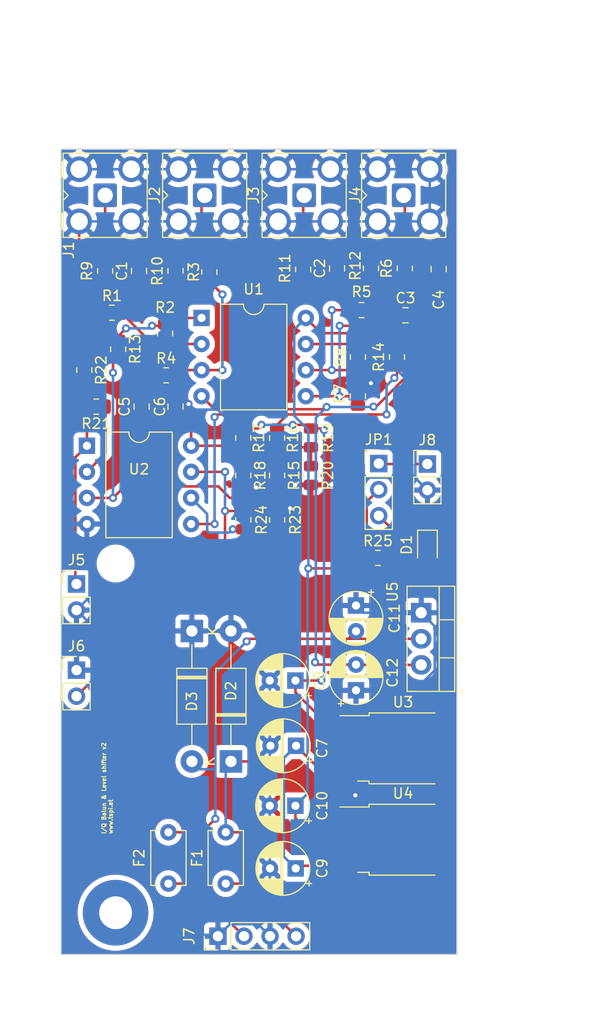
<source format=kicad_pcb>
(kicad_pcb (version 20221018) (generator pcbnew)
  (layers (0 "F.Cu" signal) (31 "B.Cu" signal) (34 "B.Paste" user) (35 "F.Paste" user) (36 "B.SilkS" user "B.Silkscreen") (37 "F.SilkS" user "F.Silkscreen") (38 "B.Mask" user) (39 "F.Mask" user) (44 "Edge.Cuts" user))
  (net 0 "")
  (net 1 "Net-(C1-Pad1)")
  (net 2 "Net-(J2-In)")
  (net 3 "Net-(C2-Pad1)")
  (net 4 "Net-(J4-In)")
  (net 5 "+5V")
  (net 6 "-5V")
  (net 7 "+3V3")
  (net 8 "GND")
  (net 9 "+15V")
  (net 10 "-15V")
  (net 11 "Net-(J1-In)")
  (net 12 "Net-(J3-In)")
  (net 13 "Net-(J5-Pin_1)")
  (net 14 "Net-(J6-Pin_2)")
  (net 15 "Net-(U1A--)")
  (net 16 "Net-(R13-Pad1)")
  (net 17 "Net-(U1A-+)")
  (net 18 "Net-(U1B--)")
  (net 19 "Net-(U1B-+)")
  (net 20 "Net-(R14-Pad1)")
  (net 21 "Net-(U2A-+)")
  (net 22 "Net-(U2B-+)")
  (net 23 "Net-(R15-Pad1)")
  (net 24 "Net-(R16-Pad1)")
  (net 25 "Net-(U2A--)")
  (net 26 "Net-(U2B--)")
  (net 27 "Net-(D1-A)")
  (net 28 "Net-(J8-Pin_1)")
  (net 29 "Net-(JP1-C)")
  (net 30 "Net-(J7-Pin_4)")
  (net 31 "Net-(J7-Pin_2)")
  (footprint "Resistor_SMD:R_0805_2012Metric" (layer "F.Cu") (at 104.14 56.388 -90)
    (fp_text reference "R22")
    (fp_text value "1k")
  )
  (footprint "Package_DIP:DIP-8_W10.16mm" (layer "F.Cu") (at 115.57 51.308)
    (fp_text reference "U1")
    (fp_text value "LM358")
  )
  (footprint "Package_TO_SOT_THT:TO-220-3_Vertical" (layer "F.Cu") (at 136.977 80.01 -90)
    (fp_text reference "U5")
    (fp_text value "L7905")
  )
  (footprint "LED_SMD:LED_0805_2012Metric" (layer "F.Cu") (at 137.5885 73.66 -90)
    (fp_text reference "D1")
    (fp_text value "LED")
  )
  (footprint "Capacitor_THT:C_Disc_D5.1mm_W3.2mm_P5.00mm" (layer "F.Cu") (at 112.339 106.386 90)
    (fp_text reference "F2")
    (fp_text value "576-60R040XU")
  )
  (footprint "Resistor_SMD:R_0805_2012Metric" (layer "F.Cu") (at 113.03 46.736 -90)
    (fp_text reference "R10")
    (fp_text value "100R")
  )
  (footprint "MountingHole:MountingHole_3.2mm_M3" (layer "F.Cu") (at 107.188 75.22)
    (fp_text reference "REF**" hide)
    (fp_text value "MountingHole_3.2mm_M3")
  )
  (footprint "Connector_PinHeader_2.54mm:PinHeader_1x04_P2.54mm_Vertical" (layer "F.Cu") (at 117.165 111.506 90)
    (fp_text reference "J7")
    (fp_text value "Screw_Terminal_01x04")
  )
  (footprint "Resistor_SMD:R_0805_2012Metric" (layer "F.Cu") (at 132.7625 74.676)
    (fp_text reference "R25")
    (fp_text value "100R")
  )
  (footprint "Capacitor_SMD:C_0805_2012Metric" (layer "F.Cu") (at 138.684 46.548 -90)
    (fp_text reference "C4")
    (fp_text value "1uF")
  )
  (footprint "Capacitor_THT:CP_Radial_D5.0mm_P2.50mm" (layer "F.Cu") (at 124.720112 98.806 180)
    (fp_text reference "C10")
    (fp_text value "100uF")
  )
  (footprint "Capacitor_THT:CP_Radial_D5.0mm_P2.50mm" (layer "F.Cu") (at 124.745 104.902 180)
    (fp_text reference "C9")
    (fp_text value "10uF")
  )
  (footprint "Capacitor_SMD:C_0805_2012Metric" (layer "F.Cu") (at 128.778 46.482 90)
    (fp_text reference "C2")
    (fp_text value "62nF")
  )
  (footprint "Connector_PinHeader_2.54mm:PinHeader_1x03_P2.54mm_Vertical" (layer "F.Cu") (at 132.843 65.487)
    (fp_text reference "JP1")
    (fp_text value "LEDSEL")
  )
  (footprint "Capacitor_THT:CP_Radial_D5.0mm_P2.50mm" (layer "F.Cu") (at 124.785 92.964 180)
    (fp_text reference "C7")
    (fp_text value "10uF")
  )
  (footprint "Resistor_SMD:R_0805_2012Metric" (layer "F.Cu") (at 126.238 62.992 -90)
    (fp_text reference "R19")
    (fp_text value "1k")
  )
  (footprint "Resistor_SMD:R_0805_2012Metric" (layer "F.Cu") (at 135.382 46.482 -90)
    (fp_text reference "R6")
    (fp_text value "10k")
  )
  (footprint "Resistor_SMD:R_0805_2012Metric" (layer "F.Cu") (at 106.8305 50.8)
    (fp_text reference "R1")
    (fp_text value "10k")
  )
  (footprint "Resistor_SMD:R_0805_2012Metric" (layer "F.Cu") (at 119.634 70.9695 90)
    (fp_text reference "R24")
    (fp_text value "1k")
  )
  (footprint "Capacitor_THT:CP_Radial_D5.0mm_P2.50mm" (layer "F.Cu") (at 130.627 79.312888 -90)
    (fp_text reference "C11")
    (fp_text value "2.2uF")
  )
  (footprint "Resistor_SMD:R_0805_2012Metric" (layer "F.Cu") (at 126.238 66.6515 -90)
    (fp_text reference "R20")
    (fp_text value "1k")
  )
  (footprint "Resistor_SMD:R_0805_2012Metric" (layer "F.Cu") (at 106.172 46.736 -90)
    (fp_text reference "R9")
    (fp_text value "100R")
  )
  (footprint "Capacitor_THT:CP_Radial_D5.0mm_P2.50mm" (layer "F.Cu") (at 124.720112 86.614 180)
    (fp_text reference "C8")
    (fp_text value "100uF")
  )
  (footprint "Package_TO_SOT_SMD:TO-252-3_TabPin2" (layer "F.Cu") (at 135.209 93.218)
    (fp_text reference "U3")
    (fp_text value "LM1117DT-3.3")
  )
  (footprint "Capacitor_SMD:C_0805_2012Metric" (layer "F.Cu") (at 135.448 51.054)
    (fp_text reference "C3")
    (fp_text value "100nF")
  )
  (footprint "Resistor_SMD:R_0805_2012Metric" (layer "F.Cu") (at 130.81 55.118 90)
    (fp_text reference "R8")
    (fp_text value "3k")
  )
  (footprint "Connector_Coaxial:SMA_Amphenol_901-143_Horizontal" (layer "F.Cu") (at 115.872 39.37)
    (fp_text reference "J2")
    (fp_text value "IN1_N")
    (fp_line (start 4.3 -4.5) (end -4.3 -4.5) (stroke (width 0.1)) (layer "Edge.Cuts"))
  )
  (footprint "Resistor_SMD:R_0805_2012Metric" (layer "F.Cu") (at 130.81 58.928 -90)
    (fp_text reference "R7")
    (fp_text value "3k")
  )
  (footprint "Connector_PinHeader_2.54mm:PinHeader_1x02_P2.54mm_Vertical" (layer "F.Cu") (at 137.5835 65.532)
    (fp_text reference "J8")
    (fp_text value "PWRLED")
  )
  (footprint "MountingHole:MountingHole_3.2mm_M3_Pad" (layer "F.Cu") (at 107.188 109.22)
    (fp_text reference "REF**" hide)
    (fp_text value "MountingHole_3.2mm_M3_Pad")
  )
  (footprint "Connector_Coaxial:SMA_Amphenol_901-143_Horizontal" (layer "F.Cu") (at 125.572 39.37)
    (fp_text reference "J3")
    (fp_text value "IN2_P")
    (fp_line (start 4.3 -4.5) (end -4.3 -4.5) (stroke (width 0.1)) (layer "Edge.Cuts"))
  )
  (footprint "Package_DIP:DIP-8_W10.16mm" (layer "F.Cu") (at 104.394 63.754)
    (fp_text reference "U2")
    (fp_text value "LM358")
  )
  (footprint "Diode_THT:D_DO-41_SOD81_P12.70mm_Horizontal" (layer "F.Cu") (at 114.625 81.788 -90)
    (fp_text reference "D3")
    (fp_text value "BZY55B336RBG")
  )
  (footprint "Resistor_SMD:R_0805_2012Metric" (layer "F.Cu") (at 131.1675 50.546 180)
    (fp_text reference "R5")
    (fp_text value "10k")
  )
  (footprint "Connector_PinHeader_2.54mm:PinHeader_1x02_P2.54mm_Vertical" (layer "F.Cu") (at 103.378 85.598)
    (fp_text reference "J6")
    (fp_text value "OUT2")
  )
  (footprint "Resistor_SMD:R_0805_2012Metric" (layer "F.Cu") (at 107.442 54.356 -90)
    (fp_text reference "R13")
    (fp_text value "100k")
  )
  (footprint "Resistor_SMD:R_0805_2012Metric" (layer "F.Cu") (at 119.634 66.6515 -90)
    (fp_text reference "R18")
    (fp_text value "1k")
  )
  (footprint "Resistor_SMD:R_0805_2012Metric" (layer "F.Cu") (at 105.3065 59.944 180)
    (fp_text reference "R21")
    (fp_text value "1k")
  )
  (footprint "Capacitor_SMD:C_0805_2012Metric" (layer "F.Cu") (at 109.728 59.944 90)
    (fp_text reference "C5")
    (fp_text value "1uF")
  )
  (footprint "Resistor_SMD:R_0805_2012Metric" (layer "F.Cu") (at 122.936 66.6515 -90)
    (fp_text reference "R15")
    (fp_text value "100k")
  )
  (footprint "Resistor_SMD:R_0805_2012Metric" (layer "F.Cu") (at 134.62 55.118 -90)
    (fp_text reference "R14")
    (fp_text value "100k")
  )
  (footprint "Connector_Coaxial:SMA_Amphenol_901-143_Horizontal" (layer "F.Cu") (at 106.172 39.37)
    (fp_text reference "J1")
    (fp_text value "IN1_P")
    (fp_line (start 4.3 -4.5) (end -4.3 -4.5) (stroke (width 0.1)) (layer "Edge.Cuts"))
  )
  (footprint "Resistor_SMD:R_0805_2012Metric" (layer "F.Cu") (at 132.08 46.482 -90)
    (fp_text reference "R12")
    (fp_text value "100R")
  )
  (footprint "Diode_THT:D_DO-41_SOD81_P12.70mm_Horizontal" (layer "F.Cu") (at 118.435 94.488 90)
    (fp_text reference "D2")
    (fp_text value "BZY55B336RBG")
  )
  (footprint "Capacitor_SMD:C_0805_2012Metric" (layer "F.Cu") (at 113.03 59.944 90)
    (fp_text reference "C6")
    (fp_text value "100nF")
  )
  (footprint "Capacitor_THT:C_Disc_D5.1mm_W3.2mm_P5.00mm" (layer "F.Cu") (at 117.927 101.386 -90)
    (fp_text reference "F1")
    (fp_text value "576-60R040XU")
  )
  (footprint "Resistor_SMD:R_0805_2012Metric" (layer "F.Cu") (at 119.634 62.992 -90)
    (fp_text reference "R17")
    (fp_text value "1k")
  )
  (footprint "Connector_PinHeader_2.54mm:PinHeader_1x02_P2.54mm_Vertical" (layer "F.Cu") (at 103.378 77.211)
    (fp_text reference "J5")
    (fp_text value "OUT1")
  )
  (footprint "Resistor_SMD:R_0805_2012Metric" (layer "F.Cu") (at 112.014 52.832 90)
    (fp_text reference "R2")
    (fp_text value "3k")
  )
  (footprint "Package_TO_SOT_SMD:TO-252-3_TabPin2" (layer "F.Cu") (at 135.209 102.109)
    (fp_text reference "U4")
    (fp_text value "LM1117DT-5.0")
  )
  (footprint "Connector_Coaxial:SMA_Amphenol_901-143_Horizontal" (layer "F.Cu") (at 135.272 39.37)
    (fp_text reference "J4")
    (fp_text value "IN2_N")
    (fp_line (start 4.3 -4.5) (end -4.3 -4.5) (stroke (width 0.1)) (layer "Edge.Cuts"))
  )
  (footprint "Resistor_SMD:R_0805_2012Metric" (layer "F.Cu") (at 112.1175 56.896)
    (fp_text reference "R4")
    (fp_text value "3k")
  )
  (footprint "Resistor_SMD:R_0805_2012Metric" (layer "F.Cu") (at 125.476 46.5855 -90)
    (fp_text reference "R11")
    (fp_text value "100R")
  )
  (footprint "Resistor_SMD:R_0805_2012Metric" (layer "F.Cu") (at 122.936 62.992 90)
    (fp_text reference "R16")
    (fp_text value "100k")
  )
  (footprint "Capacitor_SMD:C_0805_2012Metric" (layer "F.Cu") (at 109.474 46.736 90)
    (fp_text reference "C1")
    (fp_text value "62nF")
  )
  (footprint "Resistor_SMD:R_0805_2012Metric" (layer "F.Cu") (at 116.332 46.8395 -90)
    (fp_text reference "R3")
    (fp_text value "10k")
  )
  (footprint "Resistor_SMD:R_0805_2012Metric" (layer "F.Cu") (at 122.936 70.9695 -90)
    (fp_text reference "R23")
    (fp_text value "1k")
  )
  (footprint "Capacitor_THT:CP_Radial_D5.0mm_P2.50mm" (layer "F.Cu") (at 130.627 87.565112 90)
    (fp_text reference "C12")
    (fp_text value "1uF")
  )
  (gr_rect (start 101.872 34.87) (end 140.462 113.284) (stroke (width 0.1)) (fill none) (layer "Edge.Cuts"))
  (gr_text "I/Q Balun & Level shifter v2\nwww.tspi.at" (at 106.934 101.6 90) (layer "F.SilkS") (effects (font (size 0.4 0.4) (thickness 0.1)) (justify left bottom)))
  (segment (start 106.172 47.6485) (end 106.172 50.546) (width 0.25) (layer "F.Cu") (net 1))
  (segment (start 112.9925 47.686) (end 113.03 47.6485) (width 0.25) (layer "F.Cu") (net 1))
  (segment (start 109.474 47.686) (end 112.9925 47.686) (width 0.25) (layer "F.Cu") (net 1))
  (segment (start 109.4365 47.6485) (end 109.474 47.686) (width 0.25) (layer "F.Cu") (net 1))
  (segment (start 106.172 50.546) (end 105.918 50.8) (width 0.25) (layer "F.Cu") (net 1))
  (segment (start 106.172 47.6485) (end 109.4365 47.6485) (width 0.25) (layer "F.Cu") (net 1))
  (segment (start 115.57 45.72) (end 115.57 39.672) (width 0.25) (layer "F.Cu") (net 2))
  (segment (start 115.777 45.927) (end 115.57 45.72) (width 0.25) (layer "F.Cu") (net 2))
  (segment (start 115.57 39.672) (end 115.872 39.37) (width 0.25) (layer "F.Cu") (net 2))
  (segment (start 116.332 45.927) (end 115.777 45.927) (width 0.25) (layer "F.Cu") (net 2))
  (segment (start 115.504 45.786) (end 115.57 45.72) (width 0.25) (layer "F.Cu") (net 2))
  (segment (start 109.474 45.786) (end 115.504 45.786) (width 0.25) (layer "F.Cu") (net 2))
  (segment (start 128.712 47.498) (end 128.778 47.432) (width 0.25) (layer "F.Cu") (net 3))
  (segment (start 132.0425 47.432) (end 132.08 47.3945) (width 0.25) (layer "F.Cu") (net 3))
  (segment (start 128.778 47.432) (end 132.0425 47.432) (width 0.25) (layer "F.Cu") (net 3))
  (segment (start 125.476 47.498) (end 128.712 47.498) (width 0.25) (layer "F.Cu") (net 3))
  (segment (start 132.08 50.546) (end 132.08 47.3945) (width 0.25) (layer "F.Cu") (net 3))
  (segment (start 134.874 45.466) (end 135.382 44.958) (width 0.25) (layer "F.Cu") (net 4))
  (segment (start 135.382 44.958) (end 135.382 39.48) (width 0.25) (layer "F.Cu") (net 4))
  (segment (start 135.382 39.48) (end 135.272 39.37) (width 0.25) (layer "F.Cu") (net 4))
  (segment (start 128.844 45.466) (end 134.874 45.466) (width 0.25) (layer "F.Cu") (net 4))
  (segment (start 128.778 45.532) (end 128.844 45.466) (width 0.25) (layer "F.Cu") (net 4))
  (segment (start 124.720112 100.011112) (end 124.720112 98.806) (width 0.25) (layer "F.Cu") (net 5))
  (segment (start 125.984 75.692) (end 130.834 75.692) (width 0.25) (layer "F.Cu") (net 5))
  (segment (start 132.757 52.795) (end 134.498 51.054) (width 0.25) (layer "F.Cu") (net 5))
  (segment (start 125.73 51.308) (end 127.217 52.795) (width 0.25) (layer "F.Cu") (net 5))
  (segment (start 134.498 49.906) (end 138.684 45.72) (width 0.25) (layer "F.Cu") (net 5))
  (segment (start 126.818 102.109) (end 124.720112 100.011112) (width 0.25) (layer "F.Cu") (net 5))
  (segment (start 130.169 102.109) (end 126.818 102.109) (width 0.25) (layer "F.Cu") (net 5))
  (segment (start 127.217 52.795) (end 132.757 52.795) (width 0.25) (layer "F.Cu") (net 5))
  (segment (start 134.498 51.054) (end 134.498 49.906) (width 0.25) (layer "F.Cu") (net 5))
  (segment (start 138.684 45.72) (end 138.684 45.598) (width 0.25) (layer "F.Cu") (net 5))
  (segment (start 130.834 75.692) (end 131.85 74.676) (width 0.25) (layer "F.Cu") (net 5))
  (segment (start 130.169 102.109) (end 136.469 102.109) (width 0.25) (layer "F.Cu") (net 5))
  (via (at 125.984 75.692) (size 0.8) (drill 0.4) (layers "F.Cu" "B.Cu") (net 5))
  (segment (start 125.91 75.766) (end 125.984 75.692) (width 0.25) (layer "B.Cu") (net 5))
  (segment (start 125.984 75.692) (end 125.984 62.220695) (width 0.25) (layer "B.Cu") (net 5))
  (segment (start 124.720112 98.806) (end 125.91 97.616112) (width 0.25) (layer "B.Cu") (net 5))
  (segment (start 125.91 97.616112) (end 125.91 75.766) (width 0.25) (layer "B.Cu") (net 5))
  (segment (start 124.605 60.841695) (end 124.605 52.433) (width 0.25) (layer "B.Cu") (net 5))
  (segment (start 124.605 52.433) (end 125.73 51.308) (width 0.25) (layer "B.Cu") (net 5))
  (segment (start 125.984 62.220695) (end 124.605 60.841695) (width 0.25) (layer "B.Cu") (net 5))
  (segment (start 132.597305 59.944) (end 136.398 56.143305) (width 0.25) (layer "F.Cu") (net 6))
  (segment (start 136.977 85.09) (end 130.651888 85.09) (width 0.25) (layer "F.Cu") (net 6))
  (segment (start 136.398 49.784) (end 138.684 47.498) (width 0.25) (layer "F.Cu") (net 6))
  (segment (start 136.398 56.143305) (end 136.398 51.054) (width 0.25) (layer "F.Cu") (net 6))
  (segment (start 126.863612 85.065112) (end 126.6345 84.836) (width 0.25) (layer "F.Cu") (net 6))
  (segment (start 132.334 59.944) (end 132.597305 59.944) (width 0.25) (layer "F.Cu") (net 6))
  (segment (start 116.84 60.198) (end 127.5455 60.198) (width 0.25) (layer "F.Cu") (net 6))
  (segment (start 127.5455 60.198) (end 127.762 59.9815) (width 0.25) (layer "F.Cu") (net 6))
  (segment (start 136.398 51.054) (end 136.398 49.784) (width 0.25) (layer "F.Cu") (net 6))
  (segment (start 130.627 85.065112) (end 126.863612 85.065112) (width 0.25) (layer "F.Cu") (net 6))
  (segment (start 130.651888 85.09) (end 130.627 85.065112) (width 0.25) (layer "F.Cu") (net 6))
  (segment (start 115.57 58.928) (end 116.84 60.198) (width 0.25) (layer "F.Cu") (net 6))
  (via (at 132.334 59.944) (size 0.8) (drill 0.4) (layers "F.Cu" "B.Cu") (net 6))
  (via (at 126.6345 84.836) (size 0.8) (drill 0.4) (layers "F.Cu" "B.Cu") (net 6))
  (via (at 127.762 59.9815) (size 0.8) (drill 0.4) (layers "F.Cu" "B.Cu") (net 6))
  (segment (start 132.2965 59.9815) (end 132.334 59.944) (width 0.25) (layer "B.Cu") (net 6))
  (segment (start 126.709 61.0345) (end 127.762 59.9815) (width 0.25) (layer "B.Cu") (net 6))
  (segment (start 126.6345 84.836) (end 126.709 84.7615) (width 0.25) (layer "B.Cu") (net 6))
  (segment (start 127.762 59.9815) (end 132.2965 59.9815) (width 0.25) (layer "B.Cu") (net 6))
  (segment (start 126.709 84.7615) (end 126.709 61.0345) (width 0.25) (layer "B.Cu") (net 6))
  (segment (start 117.9595 63.754) (end 119.634 62.0795) (width 0.25) (layer "F.Cu") (net 7))
  (segment (start 125.8805 61.722) (end 126.238 62.0795) (width 0.25) (layer "F.Cu") (net 7))
  (segment (start 126.238 62.0795) (end 127.3575 62.0795) (width 0.25) (layer "F.Cu") (net 7))
  (segment (start 130.169 93.218) (end 124.720112 87.769112) (width 0.25) (layer "F.Cu") (net 7))
  (segment (start 130.169 93.218) (end 136.469 93.218) (width 0.25) (layer "F.Cu") (net 7))
  (segment (start 121.0545 62.0795) (end 121.412 61.722) (width 0.25) (layer "F.Cu") (net 7))
  (segment (start 119.634 62.0795) (end 121.0545 62.0795) (width 0.25) (layer "F.Cu") (net 7))
  (segment (start 114.554 62.418) (end 113.03 60.894) (width 0.25) (layer "F.Cu") (net 7))
  (segment (start 114.554 63.754) (end 114.554 62.418) (width 0.25) (layer "F.Cu") (net 7))
  (segment (start 127.3575 62.0795) (end 127.508 62.23) (width 0.25) (layer "F.Cu") (net 7))
  (segment (start 113.03 60.894) (end 109.728 60.894) (width 0.25) (layer "F.Cu") (net 7))
  (segment (start 124.720112 87.769112) (end 124.720112 86.614) (width 0.25) (layer "F.Cu") (net 7))
  (segment (start 124.46 61.722) (end 125.8805 61.722) (width 0.25) (layer "F.Cu") (net 7))
  (segment (start 127.254 86.614) (end 124.720112 86.614) (width 0.25) (layer "F.Cu") (net 7))
  (segment (start 114.554 63.754) (end 117.9595 63.754) (width 0.25) (layer "F.Cu") (net 7))
  (via (at 124.46 61.722) (size 0.8) (drill 0.4) (layers "F.Cu" "B.Cu") (net 7))
  (via (at 127.508 62.23) (size 0.8) (drill 0.4) (layers "F.Cu" "B.Cu") (net 7))
  (via (at 127.254 86.614) (size 0.8) (drill 0.4) (layers "F.Cu" "B.Cu") (net 7))
  (via (at 121.412 61.722) (size 0.8) (drill 0.4) (layers "F.Cu" "B.Cu") (net 7))
  (segment (start 127.508 86.36) (end 127.254 86.614) (width 0.25) (layer "B.Cu") (net 7))
  (segment (start 127.508 62.23) (end 127.508 86.36) (width 0.25) (layer "B.Cu") (net 7))
  (segment (start 121.412 61.722) (end 124.46 61.722) (width 0.25) (layer "B.Cu") (net 7))
  (segment (start 123.999 70.057) (end 124.206 69.85) (width 0.25) (layer "F.Cu") (net 8))
  (segment (start 113.03 58.994) (end 109.728 58.994) (width 0.25) (layer "F.Cu") (net 8))
  (segment (start 130.169 98.177) (end 130.556 97.79) (width 0.25) (layer "F.Cu") (net 8))
  (segment (start 122.936 70.057) (end 123.999 70.057) (width 0.25) (layer "F.Cu") (net 8))
  (segment (start 118.435 82.828888) (end 118.435 81.788) (width 0.25) (layer "F.Cu") (net 8))
  (segment (start 107.6585 58.994) (end 109.728 58.994) (width 0.25) (layer "F.Cu") (net 8))
  (segment (start 104.14 55.4755) (end 107.6585 58.994) (width 0.25) (layer "F.Cu") (net 8))
  (segment (start 119.634 67.564) (end 120.65 67.564) (width 0.25) (layer "F.Cu") (net 8))
  (segment (start 130.81 58.0155) (end 131.7225 58.0155) (width 0.25) (layer "F.Cu") (net 8))
  (segment (start 109.728 58.373) (end 111.205 56.896) (width 0.25) (layer "F.Cu") (net 8))
  (segment (start 137.5885 72.7225) (end 137.5835 72.7175) (width 0.25) (layer "F.Cu") (net 8))
  (segment (start 113.604 58.994) (end 114.3 59.69) (width 0.25) (layer "F.Cu") (net 8))
  (segment (start 109.728 58.994) (end 109.728 58.373) (width 0.25) (layer "F.Cu") (net 8))
  (segment (start 130.169 90.938) (end 130.627 90.48) (width 0.25) (layer "F.Cu") (net 8))
  (segment (start 103.632 54.9675) (end 104.14 55.4755) (width 0.25) (layer "F.Cu") (net 8))
  (segment (start 124.714 67.564) (end 126.238 67.564) (width 0.25) (layer "F.Cu") (net 8))
  (segment (start 130.169 99.829) (end 130.169 98.177) (width 0.25) (layer "F.Cu") (net 8))
  (segment (start 131.7225 58.0155) (end 132.08 57.658) (width 0.25) (layer "F.Cu") (net 8))
  (segment (start 130.627 90.48) (end 130.627 87.565112) (width 0.25) (layer "F.Cu") (net 8))
  (segment (start 137.5835 72.7175) (end 137.5835 68.072) (width 0.25) (layer "F.Cu") (net 8))
  (segment (start 113.03 58.994) (end 113.604 58.994) (width 0.25) (layer "F.Cu") (net 8))
  (segment (start 122.220112 86.614) (end 118.435 82.828888) (width 0.25) (layer "F.Cu") (net 8))
  (segment (start 120.65 67.564) (end 120.904 67.818) (width 0.25) (layer "F.Cu") (net 8))
  (segment (start 126.238 67.564) (end 128.2325 67.564) (width 0.25) (layer "F.Cu") (net 8))
  (segment (start 103.632 41.91) (end 103.632 54.9675) (width 0.25) (layer "F.Cu") (net 8))
  (via (at 114.3 59.69) (size 0.8) (drill 0.4) (layers "F.Cu" "B.Cu") (net 8))
  (via (at 130.556 97.79) (size 0.8) (drill 0.4) (layers "F.Cu" "B.Cu") (net 8))
  (via (at 120.904 67.818) (size 0.8) (drill 0.4) (layers "F.Cu" "B.Cu") (net 8))
  (via (at 132.08 57.658) (size 0.8) (drill 0.4) (layers "F.Cu" "B.Cu") (net 8))
  (via (at 128.2325 67.564) (size 0.8) (drill 0.4) (layers "F.Cu" "B.Cu") (net 8))
  (via (at 124.206 69.85) (size 0.8) (drill 0.4) (layers "F.Cu" "B.Cu") (net 8))
  (via (at 124.714 67.564) (size 0.8) (drill 0.4) (layers "F.Cu" "B.Cu") (net 8))
  (segment (start 132.08 57.658) (end 133.313 56.425) (width 0.25) (layer "B.Cu") (net 8))
  (segment (start 124.206 68.072) (end 124.714 67.564) (width 0.25) (layer "B.Cu") (net 8))
  (segment (start 133.313 56.425) (end 134.666305 56.425) (width 0.25) (layer "B.Cu") (net 8))
  (segment (start 137.812 36.83) (end 103.632 36.83) (width 0.25) (layer "B.Cu") (net 8))
  (segment (start 117.140305 60.235) (end 120.904 63.998695) (width 0.25) (layer "B.Cu") (net 8))
  (segment (start 103.378 79.751) (end 104.648 78.481) (width 0.25) (layer "B.Cu") (net 8))
  (segment (start 122.220112 111.481112) (end 122.245 111.506) (width 0.25) (layer "B.Cu") (net 8))
  (segment (start 136.4085 66.897) (end 137.5835 68.072) (width 0.25) (layer "B.Cu") (net 8))
  (segment (start 138.302 81.335) (end 136.977 80.01) (width 0.25) (layer "B.Cu") (net 8))
  (segment (start 117.165 111.506) (end 118.34 110.331) (width 0.25) (layer "B.Cu") (net 8))
  (segment (start 104.648 75.438) (end 104.394 75.184) (width 0.25) (layer "B.Cu") (net 8))
  (segment (start 136.977 80.01) (end 131.324112 80.01) (width 0.25) (layer "B.Cu") (net 8))
  (segment (start 114.625 81.788) (end 105.415 81.788) (width 0.25) (layer "B.Cu") (net 8))
  (segment (start 122.220112 86.614) (end 122.220112 111.481112) (width 0.25) (layer "B.Cu") (net 8))
  (segment (start 128.2325 67.564) (end 128.9445 66.852) (width 0.25) (layer "B.Cu") (net 8))
  (segment (start 136.4085 58.167195) (end 136.4085 66.897) (width 0.25) (layer "B.Cu") (net 8))
  (segment (start 118.34 110.331) (end 121.07 110.331) (width 0.25) (layer "B.Cu") (net 8))
  (segment (start 136.356046 87.565112) (end 138.302 85.619158) (width 0.25) (layer "B.Cu") (net 8))
  (segment (start 120.904 63.998695) (end 120.904 67.818) (width 0.25) (layer "B.Cu") (net 8))
  (segment (start 121.07 110.331) (end 122.245 111.506) (width 0.25) (layer "B.Cu") (net 8))
  (segment (start 130.627 97.719) (end 130.627 87.565112) (width 0.25) (layer "B.Cu") (net 8))
  (segment (start 114.845 60.235) (end 117.140305 60.235) (width 0.25) (layer "B.Cu") (net 8))
  (segment (start 124.46 67.818) (end 124.714 67.564) (width 0.25) (layer "B.Cu") (net 8))
  (segment (start 138.302 85.619158) (end 138.302 81.335) (width 0.25) (layer "B.Cu") (net 8))
  (segment (start 124.206 69.85) (end 124.206 68.072) (width 0.25) (layer "B.Cu") (net 8))
  (segment (start 104.648 78.481) (end 104.648 75.438) (width 0.25) (layer "B.Cu") (net 8))
  (segment (start 128.9445 66.852) (end 136.3635 66.852) (width 0.25) (layer "B.Cu") (net 8))
  (segment (start 134.666305 56.425) (end 136.4085 58.167195) (width 0.25) (layer "B.Cu") (net 8))
  (segment (start 104.394 75.184) (end 104.394 71.374) (width 0.25) (layer "B.Cu") (net 8))
  (segment (start 130.627 87.565112) (end 136.356046 87.565112) (width 0.25) (layer "B.Cu") (net 8))
  (segment (start 137.812 41.91) (end 137.812 36.83) (width 0.25) (layer "B.Cu") (net 8))
  (segment (start 136.3635 66.852) (end 137.5835 68.072) (width 0.25) (layer "B.Cu") (net 8))
  (segment (start 120.904 67.818) (end 124.46 67.818) (width 0.25) (layer "B.Cu") (net 8))
  (segment (start 114.625 81.788) (end 118.435 81.788) (width 0.25) (layer "B.Cu") (net 8))
  (segment (start 103.632 41.91) (end 137.812 41.91) (width 0.25) (layer "B.Cu") (net 8))
  (segment (start 105.415 81.788) (end 103.378 79.751) (width 0.25) (layer "B.Cu") (net 8))
  (segment (start 114.3 59.69) (end 114.845 60.235) (width 0.25) (layer "B.Cu") (net 8))
  (segment (start 131.324112 80.01) (end 130.627 79.312888) (width 0.25) (layer "B.Cu") (net 8))
  (segment (start 130.556 97.79) (end 130.627 97.719) (width 0.25) (layer "B.Cu") (net 8))
  (segment (start 103.378 85.598) (end 103.378 79.751) (width 0.25) (layer "B.Cu") (net 8))
  (segment (start 127.325 95.504) (end 124.785 92.964) (width 0.25) (layer "F.Cu") (net 9))
  (segment (start 130.169 104.389) (end 129.91 104.648) (width 0.25) (layer "F.Cu") (net 9))
  (segment (start 130.163 95.504) (end 127.325 95.504) (width 0.25) (layer "F.Cu") (net 9))
  (segment (start 123.261 94.488) (end 118.435 94.488) (width 0.25) (layer "F.Cu") (net 9))
  (segment (start 124.785 92.964) (end 123.261 94.488) (width 0.25) (layer "F.Cu") (net 9))
  (segment (start 124.745 104.902) (end 121.229 101.386) (width 0.25) (layer "F.Cu") (net 9))
  (segment (start 130.169 95.498) (end 130.163 95.504) (width 0.25) (layer "F.Cu") (net 9))
  (segment (start 124.745 104.902) (end 124.968 104.902) (width 0.25) (layer "F.Cu") (net 9))
  (segment (start 124.968 104.902) (end 125.222 104.648) (width 0.25) (layer "F.Cu") (net 9))
  (segment (start 129.91 104.648) (end 125.222 104.648) (width 0.25) (layer "F.Cu") (net 9))
  (segment (start 121.229 101.386) (end 117.927 101.386) (width 0.25) (layer "F.Cu") (net 9))
  (segment (start 117.927 94.996) (end 118.435 94.488) (width 0.25) (layer "B.Cu") (net 9))
  (segment (start 123.595112 103.752112) (end 123.595112 94.153888) (width 0.25) (layer "B.Cu") (net 9))
  (segment (start 117.927 101.386) (end 117.927 94.996) (width 0.25) (layer "B.Cu") (net 9))
  (segment (start 124.745 104.902) (end 123.595112 103.752112) (width 0.25) (layer "B.Cu") (net 9))
  (segment (start 123.595112 94.153888) (end 124.785 92.964) (width 0.25) (layer "B.Cu") (net 9))
  (segment (start 129.865 82.55) (end 136.977 82.55) (width 0.25) (layer "F.Cu") (net 10))
  (segment (start 130.627 81.812888) (end 130.602112 81.812888) (width 0.25) (layer "F.Cu") (net 10))
  (segment (start 119.959 82.804) (end 120.213 82.55) (width 0.25) (layer "F.Cu") (net 10))
  (segment (start 115.601 101.386) (end 116.911 100.076) (width 0.25) (layer "F.Cu") (net 10))
  (segment (start 130.602112 81.812888) (end 129.865 82.55) (width 0.25) (layer "F.Cu") (net 10))
  (segment (start 112.339 101.386) (end 115.601 101.386) (width 0.25) (layer "F.Cu") (net 10))
  (segment (start 120.213 82.55) (end 129.865 82.55) (width 0.25) (layer "F.Cu") (net 10))
  (via (at 116.911 100.076) (size 0.8) (drill 0.4) (layers "F.Cu" "B.Cu") (net 10))
  (via (at 119.959 82.804) (size 0.8) (drill 0.4) (layers "F.Cu" "B.Cu") (net 10))
  (segment (start 116.911 85.852) (end 119.959 82.804) (width 0.25) (layer "B.Cu") (net 10))
  (segment (start 116.911 100.076) (end 116.911 95.25) (width 0.25) (layer "B.Cu") (net 10))
  (segment (start 116.911 95.25) (end 116.911 85.852) (width 0.25) (layer "B.Cu") (net 10))
  (segment (start 115.387 95.25) (end 114.625 94.488) (width 0.25) (layer "B.Cu") (net 10))
  (segment (start 116.911 95.25) (end 115.387 95.25) (width 0.25) (layer "B.Cu") (net 10))
  (segment (start 106.172 45.8235) (end 106.172 39.37) (width 0.25) (layer "F.Cu") (net 11))
  (segment (start 125.476 45.673) (end 125.476 39.466) (width 0.25) (layer "F.Cu") (net 12))
  (segment (start 125.476 39.466) (end 125.572 39.37) (width 0.25) (layer "F.Cu") (net 12))
  (segment (start 103.269 77.102) (end 103.269 64.879) (width 0.25) (layer "F.Cu") (net 13))
  (segment (start 103.269 64.879) (end 104.394 63.754) (width 0.25) (layer "F.Cu") (net 13))
  (segment (start 104.394 63.754) (end 104.394 59.944) (width 0.25) (layer "F.Cu") (net 13))
  (segment (start 103.378 77.211) (end 103.269 77.102) (width 0.25) (layer "F.Cu") (net 13))
  (segment (start 119.587 70.104) (end 119.634 70.057) (width 0.25) (layer "F.Cu") (net 14))
  (segment (start 117.856 73.66) (end 117.856 70.104) (width 0.25) (layer "F.Cu") (net 14))
  (segment (start 114.554 66.294) (end 117.856 66.294) (width 0.25) (layer "F.Cu") (net 14))
  (segment (start 103.378 88.138) (end 117.856 73.66) (width 0.25) (layer "F.Cu") (net 14))
  (segment (start 117.856 70.104) (end 119.587 70.104) (width 0.25) (layer "F.Cu") (net 14))
  (via (at 117.856 66.294) (size 0.8) (drill 0.4) (layers "F.Cu" "B.Cu") (net 14))
  (via (at 117.856 70.104) (size 0.8) (drill 0.4) (layers "F.Cu" "B.Cu") (net 14))
  (segment (start 117.856 66.294) (end 117.856 70.104) (width 0.25) (layer "B.Cu") (net 14))
  (segment (start 115.57 53.848) (end 110.791 53.848) (width 0.25) (layer "F.Cu") (net 15))
  (segment (start 110.791 53.848) (end 107.743 50.8) (width 0.25) (layer "F.Cu") (net 15))
  (segment (start 112.6255 51.308) (end 112.014 51.9195) (width 0.25) (layer "F.Cu") (net 16))
  (segment (start 107.442 53.086) (end 108.204 52.324) (width 0.25) (layer "F.Cu") (net 16))
  (segment (start 115.57 51.308) (end 112.6255 51.308) (width 0.25) (layer "F.Cu") (net 16))
  (segment (start 110.744 52.07) (end 111.8635 52.07) (width 0.25) (layer "F.Cu") (net 16))
  (segment (start 111.8635 52.07) (end 112.014 51.9195) (width 0.25) (layer "F.Cu") (net 16))
  (segment (start 107.442 53.4435) (end 107.442 53.086) (width 0.25) (layer "F.Cu") (net 16))
  (via (at 110.744 52.07) (size 0.8) (drill 0.4) (layers "F.Cu" "B.Cu") (net 16))
  (via (at 108.204 52.324) (size 0.8) (drill 0.4) (layers "F.Cu" "B.Cu") (net 16))
  (segment (start 108.204 52.324) (end 110.49 52.324) (width 0.25) (layer "B.Cu") (net 16))
  (segment (start 110.49 52.324) (end 110.744 52.07) (width 0.25) (layer "B.Cu") (net 16))
  (segment (start 115.57 56.388) (end 117.602 56.388) (width 0.25) (layer "F.Cu") (net 17))
  (segment (start 113.538 56.388) (end 113.03 56.896) (width 0.25) (layer "F.Cu") (net 17))
  (segment (start 115.57 56.388) (end 113.538 56.388) (width 0.25) (layer "F.Cu") (net 17))
  (segment (start 117.602 49.022) (end 116.332 47.752) (width 0.25) (layer "F.Cu") (net 17))
  (via (at 117.602 56.388) (size 0.8) (drill 0.4) (layers "F.Cu" "B.Cu") (net 17))
  (via (at 117.602 49.022) (size 0.8) (drill 0.4) (layers "F.Cu" "B.Cu") (net 17))
  (segment (start 117.602 56.388) (end 117.602 49.022) (width 0.25) (layer "B.Cu") (net 17))
  (segment (start 128.27 50.546) (end 130.255 50.546) (width 0.25) (layer "F.Cu") (net 18))
  (segment (start 130.4525 56.388) (end 130.81 56.0305) (width 0.25) (layer "F.Cu") (net 18))
  (segment (start 125.73 56.388) (end 128.27 56.388) (width 0.25) (layer "F.Cu") (net 18))
  (segment (start 128.27 56.388) (end 130.4525 56.388) (width 0.25) (layer "F.Cu") (net 18))
  (via (at 128.27 50.546) (size 0.8) (drill 0.4) (layers "F.Cu" "B.Cu") (net 18))
  (via (at 128.27 56.388) (size 0.8) (drill 0.4) (layers "F.Cu" "B.Cu") (net 18))
  (segment (start 128.27 56.388) (end 128.27 50.546) (width 0.25) (layer "B.Cu") (net 18))
  (segment (start 132.842 52.07) (end 133.35 51.562) (width 0.25) (layer "F.Cu") (net 19))
  (segment (start 133.35 51.562) (end 133.35 49.4265) (width 0.25) (layer "F.Cu") (net 19))
  (segment (start 125.73 58.928) (end 129.032 58.928) (width 0.25) (layer "F.Cu") (net 19))
  (segment (start 129.032 58.928) (end 129.8975 58.928) (width 0.25) (layer "F.Cu") (net 19))
  (segment (start 133.35 49.4265) (end 135.382 47.3945) (width 0.25) (layer "F.Cu") (net 19))
  (segment (start 129.8975 58.928) (end 130.81 59.8405) (width 0.25) (layer "F.Cu") (net 19))
  (segment (start 129.032 52.07) (end 132.842 52.07) (width 0.25) (layer "F.Cu") (net 19))
  (via (at 129.032 58.928) (size 0.8) (drill 0.4) (layers "F.Cu" "B.Cu") (net 19))
  (via (at 129.032 52.07) (size 0.8) (drill 0.4) (layers "F.Cu" "B.Cu") (net 19))
  (segment (start 129.032 58.928) (end 129.032 52.07) (width 0.25) (layer "B.Cu") (net 19))
  (segment (start 134.62 54.2055) (end 130.81 54.2055) (width 0.25) (layer "F.Cu") (net 20))
  (segment (start 130.4525 53.848) (end 130.81 54.2055) (width 0.25) (layer "F.Cu") (net 20))
  (segment (start 125.73 53.848) (end 130.4525 53.848) (width 0.25) (layer "F.Cu") (net 20))
  (segment (start 108.059 67.709) (end 117.203 67.709) (width 0.25) (layer "F.Cu") (net 21))
  (segment (start 122.936 68.072) (end 122.936 67.564) (width 0.25) (layer "F.Cu") (net 21))
  (segment (start 117.203 67.709) (end 118.328 68.834) (width 0.25) (layer "F.Cu") (net 21))
  (segment (start 118.328 68.834) (end 122.174 68.834) (width 0.25) (layer "F.Cu") (net 21))
  (segment (start 106.934 56.642) (end 106.934 55.7765) (width 0.25) (layer "F.Cu") (net 21))
  (segment (start 106.934 68.834) (end 108.059 67.709) (width 0.25) (layer "F.Cu") (net 21))
  (segment (start 104.394 68.834) (end 106.934 68.834) (width 0.25) (layer "F.Cu") (net 21))
  (segment (start 106.934 55.7765) (end 107.442 55.2685) (width 0.25) (layer "F.Cu") (net 21))
  (segment (start 122.174 68.834) (end 122.936 68.072) (width 0.25) (layer "F.Cu") (net 21))
  (via (at 106.934 68.834) (size 0.8) (drill 0.4) (layers "F.Cu" "B.Cu") (net 21))
  (via (at 106.934 56.642) (size 0.8) (drill 0.4) (layers "F.Cu" "B.Cu") (net 21))
  (segment (start 106.934 68.834) (end 106.934 56.642) (width 0.25) (layer "B.Cu") (net 21))
  (segment (start 133.604 60.706) (end 123.952 60.706) (width 0.25) (layer "F.Cu") (net 22))
  (segment (start 123.952 60.706) (end 117.094 60.706) (width 0.25) (layer "F.Cu") (net 22))
  (segment (start 134.62 56.896) (end 134.366 57.15) (width 0.25) (layer "F.Cu") (net 22))
  (segment (start 122.936 61.722) (end 123.952 60.706) (width 0.25) (layer "F.Cu") (net 22))
  (segment (start 116.84 71.374) (end 114.554 71.374) (width 0.25) (layer "F.Cu") (net 22))
  (segment (start 117.094 60.706) (end 116.84 60.96) (width 0.25) (layer "F.Cu") (net 22))
  (segment (start 122.936 62.0795) (end 122.936 61.722) (width 0.25) (layer "F.Cu") (net 22))
  (segment (start 134.62 56.0305) (end 134.62 56.896) (width 0.25) (layer "F.Cu") (net 22))
  (via (at 133.604 60.706) (size 0.8) (drill 0.4) (layers "F.Cu" "B.Cu") (net 22))
  (via (at 116.84 71.374) (size 0.8) (drill 0.4) (layers "F.Cu" "B.Cu") (net 22))
  (via (at 134.366 57.15) (size 0.8) (drill 0.4) (layers "F.Cu" "B.Cu") (net 22))
  (via (at 116.84 60.96) (size 0.8) (drill 0.4) (layers "F.Cu" "B.Cu") (net 22))
  (segment (start 116.84 60.96) (end 116.84 71.374) (width 0.25) (layer "B.Cu") (net 22))
  (segment (start 134.366 57.15) (end 133.604 57.912) (width 0.25) (layer "B.Cu") (net 22))
  (segment (start 133.604 57.912) (end 133.604 60.706) (width 0.25) (layer "B.Cu") (net 22))
  (segment (start 119.634 63.9045) (end 119.634 65.739) (width 0.25) (layer "F.Cu") (net 23))
  (segment (start 119.634 65.739) (end 122.936 65.739) (width 0.25) (layer "F.Cu") (net 23))
  (segment (start 126.238 63.9045) (end 122.936 63.9045) (width 0.25) (layer "F.Cu") (net 24))
  (segment (start 126.238 65.739) (end 126.238 63.9045) (width 0.25) (layer "F.Cu") (net 24))
  (segment (start 106.219 59.3795) (end 104.14 57.3005) (width 0.25) (layer "F.Cu") (net 25))
  (segment (start 104.394 66.294) (end 106.219 64.469) (width 0.25) (layer "F.Cu") (net 25))
  (segment (start 106.219 59.944) (end 106.219 59.3795) (width 0.25) (layer "F.Cu") (net 25))
  (segment (start 106.219 64.469) (end 106.219 59.944) (width 0.25) (layer "F.Cu") (net 25))
  (segment (start 119.634 71.882) (end 118.618 71.882) (width 0.25) (layer "F.Cu") (net 26))
  (segment (start 119.634 71.882) (end 122.936 71.882) (width 0.25) (layer "F.Cu") (net 26))
  (via (at 118.618 71.882) (size 0.8) (drill 0.4) (layers "F.Cu" "B.Cu") (net 26))
  (segment (start 116.115 70.395) (end 114.554 68.834) (width 0.25) (layer "B.Cu") (net 26))
  (segment (start 118.618 71.882) (end 118.294364 72.205636) (width 0.25) (layer "B.Cu") (net 26))
  (segment (start 116.285576 72.205636) (end 116.115 72.03506) (width 0.25) (layer "B.Cu") (net 26))
  (segment (start 118.294364 72.205636) (end 116.285576 72.205636) (width 0.25) (layer "B.Cu") (net 26))
  (segment (start 116.115 72.03506) (end 116.115 70.395) (width 0.25) (layer "B.Cu") (net 26))
  (segment (start 137.5885 74.5975) (end 136.8735 74.5975) (width 0.25) (layer "F.Cu") (net 27))
  (segment (start 136.8735 74.5975) (end 132.843 70.567) (width 0.25) (layer "F.Cu") (net 27))
  (segment (start 137.5835 65.532) (end 132.888 65.532) (width 0.25) (layer "F.Cu") (net 28))
  (segment (start 132.888 65.532) (end 132.843 65.487) (width 0.25) (layer "F.Cu") (net 28))
  (segment (start 131.668 72.669) (end 133.675 74.676) (width 0.25) (layer "F.Cu") (net 29))
  (segment (start 132.843 68.027) (end 131.668 69.202) (width 0.25) (layer "F.Cu") (net 29))
  (segment (start 131.668 69.202) (end 131.668 72.669) (width 0.25) (layer "F.Cu") (net 29))
  (segment (start 124.785 111.506) (end 119.665 106.386) (width 0.25) (layer "F.Cu") (net 30))
  (segment (start 119.665 106.386) (end 117.927 106.386) (width 0.25) (layer "F.Cu") (net 30))
  (segment (start 119.705 111.506) (end 114.585 106.386) (width 0.25) (layer "F.Cu") (net 31))
  (segment (start 114.585 106.386) (end 112.339 106.386) (width 0.25) (layer "F.Cu") (net 31))
  (zone (net 8) (net_name "GND") (layers "F&B.Cu") (connect_pads (clearance 0.5)) (min_thickness 0.25) (fill yes (thermal_gap 0.5) (thermal_bridge_width 0.5))
    (polygon (pts (xy 101.854 113.284) (xy 140.462 113.284) (xy 140.462 34.798) (xy 101.854 34.798)))
  )
)
</source>
